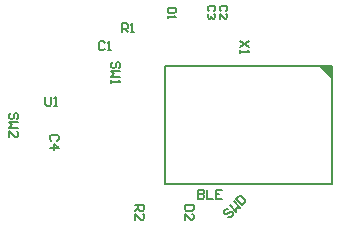
<source format=gto>
G04 Layer_Color=65535*
%FSLAX25Y25*%
%MOIN*%
G70*
G01*
G75*
%ADD22C,0.00600*%
%ADD30C,0.00500*%
G36*
X53205Y15676D02*
X49268Y19613D01*
X53205D01*
Y15676D01*
D02*
G37*
D22*
X-52001Y2001D02*
X-51501Y2500D01*
Y3500D01*
X-52001Y4000D01*
X-52501D01*
X-53000Y3500D01*
Y2500D01*
X-53500Y2001D01*
X-54000D01*
X-54500Y2500D01*
Y3500D01*
X-54000Y4000D01*
X-51501Y1001D02*
X-54500D01*
X-53500Y1D01*
X-54500Y-998D01*
X-51501D01*
X-54500Y-3997D02*
Y-1998D01*
X-52501Y-3997D01*
X-52001D01*
X-51501Y-3498D01*
Y-2498D01*
X-52001Y-1998D01*
X6999Y-26500D02*
X4000D01*
Y-27999D01*
X4500Y-28499D01*
X6499D01*
X6999Y-27999D01*
Y-26500D01*
X4000Y-31498D02*
Y-29499D01*
X5999Y-31498D01*
X6499D01*
X6999Y-30999D01*
Y-29999D01*
X6499Y-29499D01*
X-12500Y-26500D02*
X-9501D01*
Y-27999D01*
X-10001Y-28499D01*
X-11000D01*
X-11500Y-27999D01*
Y-26500D01*
Y-27500D02*
X-12500Y-28499D01*
Y-31498D02*
Y-29499D01*
X-10501Y-31498D01*
X-10001D01*
X-9501Y-30999D01*
Y-29999D01*
X-10001Y-29499D01*
X-42500Y9499D02*
Y7000D01*
X-42000Y6500D01*
X-41001D01*
X-40501Y7000D01*
Y9499D01*
X-39501Y6500D02*
X-38501D01*
X-39001D01*
Y9499D01*
X-39501Y8999D01*
X-18001Y19001D02*
X-17501Y19500D01*
Y20500D01*
X-18001Y21000D01*
X-18501D01*
X-19001Y20500D01*
Y19500D01*
X-19500Y19001D01*
X-20000D01*
X-20500Y19500D01*
Y20500D01*
X-20000Y21000D01*
X-17501Y18001D02*
X-20500D01*
X-19500Y17001D01*
X-20500Y16002D01*
X-17501D01*
X-20500Y15002D02*
Y14002D01*
Y14502D01*
X-17501D01*
X-18001Y15002D01*
X-17000Y31000D02*
Y33999D01*
X-15500D01*
X-15001Y33499D01*
Y32500D01*
X-15500Y32000D01*
X-17000D01*
X-16000D02*
X-15001Y31000D01*
X-14001D02*
X-13001D01*
X-13501D01*
Y33999D01*
X-14001Y33499D01*
X-22601Y27499D02*
X-23100Y27999D01*
X-24100D01*
X-24600Y27499D01*
Y25500D01*
X-24100Y25000D01*
X-23100D01*
X-22601Y25500D01*
X-21601Y25000D02*
X-20601D01*
X-21101D01*
Y27999D01*
X-21601Y27499D01*
X8500Y-21501D02*
Y-24500D01*
X10000D01*
X10499Y-24000D01*
Y-23500D01*
X10000Y-23000D01*
X8500D01*
X10000D01*
X10499Y-22501D01*
Y-22001D01*
X10000Y-21501D01*
X8500D01*
X11499D02*
Y-24500D01*
X13498D01*
X16497Y-21501D02*
X14498D01*
Y-24500D01*
X16497D01*
X14498Y-23000D02*
X15498D01*
X-38501Y-5192D02*
X-38001Y-4692D01*
Y-3693D01*
X-38501Y-3193D01*
X-40500D01*
X-41000Y-3693D01*
Y-4692D01*
X-40500Y-5192D01*
X-41000Y-7692D02*
X-38001D01*
X-39500Y-6192D01*
Y-8191D01*
X18647Y-27819D02*
X17940Y-27819D01*
X17233Y-28526D01*
Y-29233D01*
X17586Y-29586D01*
X18293Y-29586D01*
X19000Y-28879D01*
X19707Y-28879D01*
X20060Y-29233D01*
X20060Y-29940D01*
X19353Y-30647D01*
X18647D01*
X19000Y-26759D02*
X21121Y-28879D01*
Y-27466D01*
X22534Y-27466D01*
X20414Y-25345D01*
X21121Y-24638D02*
X23241Y-26759D01*
X24302Y-25698D01*
X24302Y-24992D01*
X22888Y-23578D01*
X22181D01*
X21121Y-24638D01*
X25499Y28000D02*
X22500Y26001D01*
X25499D02*
X22500Y28000D01*
Y25001D02*
Y24001D01*
Y24501D01*
X25499D01*
X24999Y25001D01*
D30*
X-2602Y-19658D02*
X53303D01*
Y19712D01*
X49260Y19582D02*
X53197Y15645D01*
X-2602Y-19658D02*
Y19712D01*
X53303D01*
X999Y39000D02*
X-1500D01*
Y37750D01*
X-1084Y37334D01*
X583D01*
X999Y37750D01*
Y39000D01*
X-1500Y36501D02*
Y35668D01*
Y36084D01*
X999D01*
X583Y36501D01*
X17783Y38034D02*
X18199Y38450D01*
Y39283D01*
X17783Y39700D01*
X16116D01*
X15700Y39283D01*
Y38450D01*
X16116Y38034D01*
X15700Y35535D02*
Y37201D01*
X17366Y35535D01*
X17783D01*
X18199Y35951D01*
Y36784D01*
X17783Y37201D01*
X13783Y38034D02*
X14199Y38450D01*
Y39283D01*
X13783Y39700D01*
X12116D01*
X11700Y39283D01*
Y38450D01*
X12116Y38034D01*
X13783Y37201D02*
X14199Y36784D01*
Y35951D01*
X13783Y35535D01*
X13366D01*
X12950Y35951D01*
Y36368D01*
Y35951D01*
X12533Y35535D01*
X12116D01*
X11700Y35951D01*
Y36784D01*
X12116Y37201D01*
M02*

</source>
